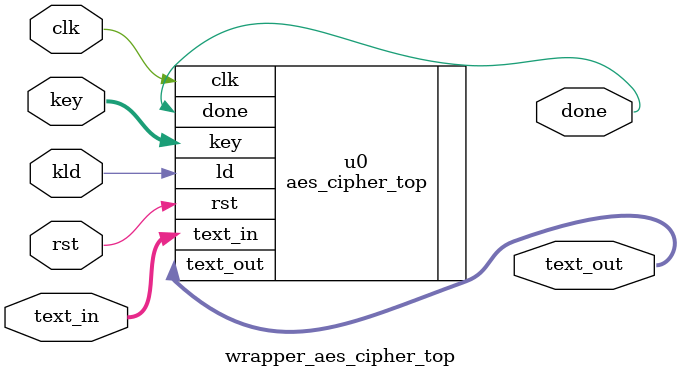
<source format=v>


`timescale 1ns / 10ps

module wrapper_aes_cipher_top(clk, rst, kld, done, /*done2,*/ key, text_in, text_out /*, text_out2*/ );

input		clk, rst;
input		kld;
output		done;
//output		done2;
input	[127:0]	key;
input	[127:0]	text_in;
output	[127:0]	text_out;
//output	[127:0]	text_out2;


aes_cipher_top u0(
	.clk(		clk		),
	.rst(		rst		),
	.ld(		kld		),
	.done(		done		),
	.key(		key		),
	.text_in(	text_in		),
	.text_out(	text_out	)
	);

//aes_inv_cipher_top u1(
//	.clk(		clk		),
//	.rst(		rst		),
//	.kld(		kld		),
//	.ld(		done		),
//	.done(		done2		),
//	.key(		key		),
//	.text_in(	text_out	),
//	.text_out(	text_out2	)
//	);
	
	endmodule
</source>
